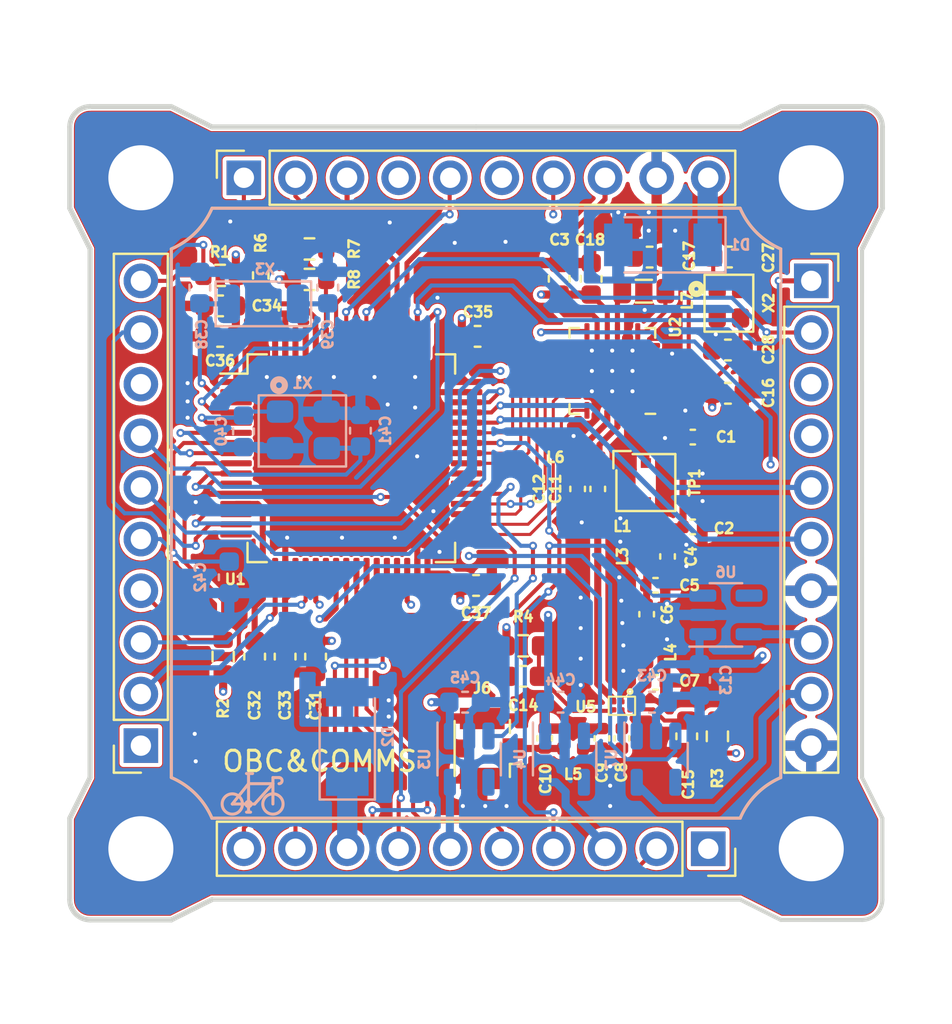
<source format=kicad_pcb>
(kicad_pcb (version 20211014) (generator pcbnew)
  (layers (0 "F.Cu" signal) (1 "In1.Cu" signal) (2 "In2.Cu" signal) (31 "B.Cu" signal) (34 "B.Paste" user) (35 "F.Paste" user) (36 "B.SilkS" user "B.Silkscreen") (37 "F.SilkS" user "F.Silkscreen") (38 "B.Mask" user) (39 "F.Mask" user) (44 "Edge.Cuts" user))
  (net 0 "")
  (net 1 "Net-(C1-Pad1)")
  (net 2 "GND")
  (net 3 "Net-(C4-Pad1)")
  (net 4 "Net-(C4-Pad2)")
  (net 5 "Net-(C6-Pad2)")
  (net 6 "Net-(C7-Pad1)")
  (net 7 "Net-(C8-Pad1)")
  (net 8 "Net-(C8-Pad2)")
  (net 9 "Net-(C10-Pad1)")
  (net 10 "/RFswitch_ctrl")
  (net 11 "Net-(C17-Pad1)")
  (net 12 "/XTB")
  (net 13 "/XTA")
  (net 14 "OSC32_IN")
  (net 15 "OSC32_OUT")
  (net 16 "NRST")
  (net 17 "VCC_UMBILICAL")
  (net 18 "SDA1")
  (net 19 "SCL1")
  (net 20 "UART_RX")
  (net 21 "KILLSWITCH+")
  (net 22 "PFO")
  (net 23 "BATT-")
  (net 24 "TOTAL_CURRENT")
  (net 25 "UART_TX")
  (net 26 "ADC_PL")
  (net 27 "DAC_PL")
  (net 28 "SWCLK")
  (net 29 "SWDIO")
  (net 30 "CLPROG")
  (net 31 "SOLAR_X")
  (net 32 "CHRGOFF")
  (net 33 "STM32_PA15")
  (net 34 "SOLAR_Y")
  (net 35 "SEL_PH2")
  (net 36 "SEL_PH1")
  (net 37 "STM32_PB3")
  (net 38 "BURNCOMMS")
  (net 39 "CHRG")
  (net 40 "FAULT")
  (net 41 "P{slash}L_POWER")
  (net 42 "HEATER_PWR")
  (net 43 "RST_DRIVERS")
  (net 44 "SOLAR_Z")
  (net 45 "Net-(C11-Pad2)")
  (net 47 "VCC")
  (net 48 "SEL_PH0")
  (net 49 "ADC_PH")
  (net 50 "/Boot0")
  (net 51 "/PoL_P{slash}L_EN")
  (net 52 "/PoL_BURN_EN")
  (net 55 "/SX1262_NSS")
  (net 56 "/SCK")
  (net 57 "/MISO")
  (net 66 "Net-(C11-Pad1)")
  (net 67 "Net-(C12-Pad1)")
  (net 68 "Net-(L7-Pad2)")
  (net 69 "/MOSI")
  (net 70 "/SX1262_NRST")
  (net 71 "/DIO1")
  (net 72 "/SX1262_BUSY")
  (net 73 "3V3_PERM")
  (net 74 "BATT_NTC")
  (net 75 "ADCS_POWER")
  (net 76 "/OSC_IN")
  (net 77 "/OSC_OUT")
  (net 80 "/DIO2")
  (net 81 "/RFswitch_Vcc")
  (net 82 "/PoL_ADCS_POWER_EN")
  (net 84 "STM32_PB0")
  (net 86 "SDA3")
  (net 87 "SCL3")
  (net 89 "Net-(TP1-PadC)")
  (net 90 "/HEATER_EN")
  (footprint "Capacitor_SMD:C_0603_1608Metric" (layer "F.Cu") (at 105.6664 48.4682 90)
    (fp_text reference "C18")
    (fp_text value "100nF")
  )
  (footprint "Capacitor_SMD:C_0603_1608Metric" (layer "F.Cu") (at 112.3984 51.9698 180)
    (fp_text reference "C28")
    (fp_text value "100nF")
  )
  (footprint "Capacitor_SMD:C_0603_1608Metric" (layer "F.Cu") (at 89.1 67.05 -90)
    (fp_text reference "C32")
    (fp_text value "100nF")
  )
  (footprint "Resistor_SMD:R_0402_1005Metric" (layer "F.Cu") (at 89.4 48.3 90)
    (fp_text reference "R6")
    (fp_text value "10k")
  )
  (footprint "Capacitor_SMD:C_0603_1608Metric" (layer "F.Cu") (at 110.3706 70.9698 -90)
    (fp_text reference "C15")
    (fp_text value "1nF")
  )
  (footprint "Capacitor_SMD:C_0603_1608Metric" (layer "F.Cu") (at 87.4 51.3 180)
    (fp_text reference "C36")
    (fp_text value "100nF")
  )
  (footprint "Inductor_SMD:L_0402_1005Metric" (layer "F.Cu") (at 108.3656 62.1274 -90)
    (fp_text reference "L3")
    (fp_text value "2.5nH")
  )
  (footprint "Resistor_SMD:R_0603_1608Metric" (layer "F.Cu") (at 91.8 48.5)
    (fp_text reference "R8")
    (fp_text value "4.7k")
  )
  (footprint "Capacitor_SMD:C_0603_1608Metric" (layer "F.Cu") (at 90.6 67.05 -90)
    (fp_text reference "C33")
    (fp_text value "100nF")
  )
  (footprint "Capacitor_SMD:C_0603_1608Metric" (layer "F.Cu") (at 112.4492 47.3978)
    (fp_text reference "C27")
    (fp_text value "10pF")
  )
  (footprint "Capacitor_SMD:C_0402_1005Metric" (layer "F.Cu") (at 108.397 64.9664 -90)
    (fp_text reference "C6")
    (fp_text value "39pF")
  )
  (footprint "Package_QFP:LQFP-64_10x10mm_P0.5mm" (layer "F.Cu") (at 93.8595 57.293)
    (fp_text reference "U1")
    (fp_text value "STM32L476RGTx")
  )
  (footprint "Resistor_SMD:R_0603_1608Metric" (layer "F.Cu") (at 102.321 66.52)
    (fp_text reference "R4")
    (fp_text value "100R")
  )
  (footprint "Capacitor_SMD:C_0402_1005Metric" (layer "F.Cu") (at 108.833 63.544)
    (fp_text reference "C5")
    (fp_text value "5.6pF")
  )
  (footprint "Capacitor_SMD:C_0402_1005Metric" (layer "F.Cu") (at 107.1788 71.0698 -90)
    (fp_text reference "C8")
    (fp_text value "39pF")
  )
  (footprint "Package_DFN_QFN:QFN-24-1EP_4x4mm_P0.5mm_EP2.6x2.6mm" (layer "F.Cu") (at 106.7088 52.9998 180)
    (fp_text reference "U2")
    (fp_text value "SX1262IMLTRT")
  )
  (footprint "Inductor_SMD:L_0402_1005Metric" (layer "F.Cu") (at 104.7788 71.5698 180)
    (fp_text reference "L5")
    (fp_text value "9.1nH")
  )
  (footprint "Connector_PinSocket_2.54mm:PinSocket_1x10_P2.54mm_Vertical" (layer "F.Cu") (at 111.4295 76.5 -90)
    (fp_text reference "J4" hide)
    (fp_text value "Conn_01x10")
  )
  (footprint "Capacitor_SMD:C_0603_1608Metric" (layer "F.Cu") (at 112.3984 54.1)
    (fp_text reference "C16")
    (fp_text value "1uF")
  )
  (footprint "Connector_PinSocket_2.54mm:PinSocket_1x10_P2.54mm_Vertical" (layer "F.Cu") (at 83.4995 71.43 180)
    (fp_text reference "J2" hide)
    (fp_text value "Conn_01x10")
  )
  (footprint "Capacitor_SMD:C_0402_1005Metric" (layer "F.Cu") (at 110.667 60.67)
    (fp_text reference "C2")
    (fp_text value "47pF")
  )
  (footprint "Capacitor_SMD:C_0603_1608Metric" (layer "F.Cu") (at 108.5432 47.4014 180)
    (fp_text reference "C17")
    (fp_text value "470nF")
  )
  (footprint "GGS_RF:PG-TSLP-6-4" (layer "F.Cu") (at 107.1788 69.4698 180)
    (fp_text reference "U5")
    (fp_text value "BGS12PL6E6327XTSA1")
  )
  (footprint "MountingHole:MountingHole_3.2mm_M3_Pad" (layer "F.Cu") (at 83.4995 43.5)
    (fp_text reference "H2" hide)
    (fp_text value "MountingHole_Pad")
  )
  (footprint "Capacitor_SMD:C_0402_1005Metric" (layer "F.Cu") (at 103.3788 71.0698 90)
    (fp_text reference "C10")
    (fp_text value "3.3pF")
  )
  (footprint "Capacitor_SMD:C_0402_1005Metric" (layer "F.Cu") (at 109.4256 62.1244 -90)
    (fp_text reference "C4")
    (fp_text value "3.3pF")
  )
  (footprint "Inductor_SMD:L_0402_1005Metric" (layer "F.Cu") (at 108.407 66.846 -90)
    (fp_text reference "L4")
    (fp_text value "4.7nH")
  )
  (footprint "Connector_Coaxial:U.FL_Hirose_U.FL-R-SMT-1_Vertical" (layer "F.Cu") (at 100.7788 71.5698 180)
    (fp_text reference "J6")
    (fp_text value "U.FL-R-SMT-1_10")
  )
  (footprint "Connector_PinSocket_2.54mm:PinSocket_1x10_P2.54mm_Vertical" (layer "F.Cu") (at 116.4995 48.57)
    (fp_text reference "J3" hide)
    (fp_text value "Conn_01x10")
  )
  (footprint "Resistor_SMD:R_0603_1608Metric" (layer "F.Cu") (at 111.8788 70.9698 90)
    (fp_text reference "R3")
    (fp_text value "100R")
  )
  (footprint "MountingHole:MountingHole_3.2mm_M3_Pad" (layer "F.Cu") (at 83.4995 76.5)
    (fp_text reference "H1" hide)
    (fp_text value "MountingHole_Pad")
  )
  (footprint "Capacitor_SMD:C_0402_1005Metric" (layer "F.Cu") (at 105 58.8034 -90)
    (fp_text reference "C12")
    (fp_text value "1.8pF")
  )
  (footprint "Capacitor_SMD:C_0402_1005Metric" (layer "F.Cu") (at 105.99 58.8034 -90)
    (fp_text reference "C11")
    (fp_text value "2.4pF")
  )
  (footprint "Resistor_SMD:R_0603_1608Metric" (layer "F.Cu") (at 87.55 67.05 90)
    (fp_text reference "R2")
    (fp_text value "4.7k")
  )
  (footprint "Capacitor_SMD:C_0603_1608Metric" (layer "F.Cu") (at 104.0916 48.4682 90)
    (fp_text reference "C3")
    (fp_text value "100nF")
  )
  (footprint "GGS_Miscellaneous:EPSON_FA128" (layer "F.Cu") (at 112.446 49.67 -90)
    (fp_text reference "X2")
    (fp_text value "FA-128_32.0000MF20X-K5")
  )
  (footprint "Capacitor_SMD:C_0603_1608Metric" (layer "F.Cu") (at 102.321 68.02 180)
    (fp_text reference "C14")
    (fp_text value "1nF")
  )
  (footprint "Capacitor_SMD:C_0402_1005Metric" (layer "F.Cu") (at 110.6688 56.2546)
    (fp_text reference "C1")
    (fp_text value "47nF")
  )
  (footprint "Connector_PinSocket_2.54mm:PinSocket_1x10_P2.54mm_Vertical" (layer "F.Cu") (at 88.5695 43.5 90)
    (fp_text reference "J1" hide)
    (fp_text value "Conn_01x10")
  )
  (footprint "Inductor_SMD:L_0402_1005Metric" (layer "F.Cu") (at 105.59 57.2764 180)
    (fp_text reference "L6")
    (fp_text value "15nH")
  )
  (footprint "Capacitor_SMD:C_0402_1005Metric" (layer "F.Cu") (at 106.1956 71.0698 90)
    (fp_text reference "C9")
    (fp_text value "3.3pF")
  )
  (footprint "Inductor_SMD:L_0805_2012Metric" (layer "F.Cu") (at 108.2572 49.0778 180)
    (fp_text reference "L7")
    (fp_text value "15uH")
  )
  (footprint "Capacitor_SMD:C_0603_1608Metric" (layer "F.Cu") (at 92.1 67.05 -90)
    (fp_text reference "C31")
    (fp_text value "4.7uF")
  )
  (footprint "Resistor_SMD:R_0603_1608Metric" (layer "F.Cu") (at 91.8 47)
    (fp_text reference "R7")
    (fp_text value "4.7k")
  )
  (footprint "Capacitor_SMD:C_0402_1005Metric" (layer "F.Cu") (at 108.833 68.3192)
    (fp_text reference "C7")
    (fp_text value "2.2pF")
  )
  (footprint "Capacitor_SMD:C_0603_1608Metric" (layer "F.Cu") (at 100.075 51.3)
    (fp_text reference "C35")
    (fp_text value "100nF")
  )
  (footprint "Inductor_SMD:L_0402_1005Metric" (layer "F.Cu") (at 108.807 60.683 180)
    (fp_text reference "L1")
    (fp_text value "47nH")
  )
  (footprint "Capacitor_SMD:C_0603_1608Metric" (layer "F.Cu") (at 87.4 49.8 180)
    (fp_text reference "C34")
    (fp_text value "100nF")
  )
  (footprint "MountingHole:MountingHole_3.2mm_M3_Pad" (layer "F.Cu") (at 116.4995 43.5)
    (fp_text reference "H3" hide)
    (fp_text value "MountingHole_Pad")
  )
  (footprint "MountingHole:MountingHole_3.2mm_M3_Pad" (layer "F.Cu") (at 116.4995 76.5)
    (fp_text reference "H4" hide)
    (fp_text value "MountingHole_Pad")
  )
  (footprint "Connector_Coaxial:CoaxialSwitch_Hirose_MS-156C3_Horizontal" (layer "F.Cu") (at 108.3588 58.4898 -90)
    (fp_text reference "TP1")
    (fp_text value "CoaxialSwitch_Testpoint")
  )
  (footprint "Capacitor_SMD:C_0603_1608Metric" (layer "F.Cu") (at 100 63.55)
    (fp_text reference "C37")
    (fp_text value "1uF")
  )
  (footprint "Resistor_SMD:R_0603_1608Metric" (layer "F.Cu") (at 87.4 48.3 180)
    (fp_text reference "R1")
    (fp_text value "4.7k")
  )
  (footprint "Capacitor_SMD:C_0603_1608Metric" (layer "B.Cu") (at 92.7 48.9 90)
    (fp_text reference "C39")
    (fp_text value "10pF")
  )
  (footprint "Capacitor_SMD:C_0603_1608Metric" (layer "B.Cu") (at 94.307 55.94 90)
    (fp_text reference "C41")
    (fp_text value "20pF")
  )
  (footprint "Package_TO_SOT_SMD:SOT-23-5" (layer "B.Cu") (at 108.8595 72.093 -90)
    (fp_text reference "U7")
    (fp_text value "BD2232G-GTR")
  )
  (footprint "Diode_SMD:D_SOD-128" (layer "B.Cu") (at 109.2 46.8 180)
    (fp_text reference "D1")
    (fp_text value "RBS1LAM40ATR")
  )
  (footprint "GGS_Miscellaneous:ABS09" (layer "B.Cu") (at 89.53 49.7)
    (fp_text reference "X3")
    (fp_text value "ABS09-32.768KHZ-7-T")
  )
  (footprint "Capacitor_SMD:C_0603_1608Metric" (layer "B.Cu") (at 108.6595 69.293)
    (fp_text reference "C43")
    (fp_text value "1uF")
  )
  (footprint "Package_TO_SOT_SMD:SOT-23-5" (layer "B.Cu") (at 104.3595 72.093 -90)
    (fp_text reference "U4")
    (fp_text value "BD2232G-GTR")
  )
  (footprint "GGS_Miscellaneous:ECX-32" (layer "B.Cu") (at 91.5 55.9)
    (fp_text reference "X1")
    (fp_text value "ECS-120-18-33-JEM-TR3")
  )
  (footprint "GGS_Symbols:bike_small" (layer "B.Cu") (at 88.8 74.3 180)
    (fp_text reference "REF**" hide)
    (fp_text value "bike_small")
  )
  (footprint "Package_TO_SOT_SMD:SOT-23-5" (layer "B.Cu") (at 99.6595 72.093 -90)
    (fp_text reference "U3")
    (fp_text value "BD2232G-GTR")
  )
  (footprint "Capacitor_SMD:C_0603_1608Metric" (layer "B.Cu") (at 88.55 55.97 -90)
    (fp_text reference "C40")
    (fp_text value "20pF")
  )
  (footprint "Capacitor_SMD:C_0603_1608Metric" (layer "B.Cu") (at 104.1595 69.293)
    (fp_text reference "C44")
    (fp_text value "1uF")
  )
  (footprint "Diode_SMD:D_SOD-128" (layer "B.Cu") (at 93.6595 71 90)
    (fp_text reference "D2")
    (fp_text value "RBS1LAM40ATR")
  )
  (footprint "Capacitor_SMD:C_0603_1608Metric" (layer "B.Cu") (at 99.4595 69.293 180)
    (fp_text reference "C45")
    (fp_text value "1uF")
  )
  (footprint "Capacitor_SMD:C_0603_1608Metric" (layer "B.Cu") (at 111 68.2 -90)
    (fp_text reference "C13")
    (fp_text value "1uF")
  )
  (footprint "Capacitor_SMD:C_0603_1608Metric" (layer "B.Cu") (at 87.85 63.15 -90)
    (fp_text reference "C42")
    (fp_text value "100nF")
  )
  (footprint "Package_TO_SOT_SMD:SOT-23-5" (layer "B.Cu") (at 112.3 65)
    (fp_text reference "U6")
    (fp_text value "BD2232G-GTR")
  )
  (footprint "Capacitor_SMD:C_0603_1608Metric" (layer "B.Cu") (at 86.4 48.9 90)
    (fp_text reference "C38")
    (fp_text value "10pF")
  )
  (gr_poly (pts (xy 98.9236 72.7804) (xy 98.9556 72.7484) (xy 98.9656 72.7484) (xy 98.9336 72.7804) (xy 98.9236 72.7804)) (layer "F.Cu") (width 0) (fill solid))
  (gr_arc (start 86.999999 45) (mid 86.192582 46.192582) (end 85 46.999999) (layer "B.SilkS") (width 0.15))
  (gr_arc (start 113.000001 75) (mid 113.807418 73.807418) (end 115 73.000001) (layer "B.SilkS") (width 0.15))
  (gr_line (start 115 73) (end 115 47) (layer "B.SilkS") (width 0.15))
  (gr_arc (start 85 73.000001) (mid 86.192582 73.807418) (end 86.999999 75) (layer "B.SilkS") (width 0.15))
  (gr_line (start 87 75) (end 113 75) (layer "B.SilkS") (width 0.15))
  (gr_line (start 87 45) (end 113 45) (layer "B.SilkS") (width 0.15))
  (gr_arc (start 115 46.999999) (mid 113.807418 46.192582) (end 113.000001 45) (layer "B.SilkS") (width 0.15))
  (gr_line (start 85 47) (end 85 73) (layer "B.SilkS") (width 0.15))
  (gr_arc (start 86.999999 45) (mid 86.192582 46.192582) (end 85 46.999999) (layer "F.SilkS") (width 0.15))
  (gr_line (start 85 47) (end 85 73) (layer "F.SilkS") (width 0.15))
  (gr_line (start 87 75) (end 113 75) (layer "F.SilkS") (width 0.15))
  (gr_line (start 115 73) (end 115 47) (layer "F.SilkS") (width 0.15))
  (gr_arc (start 85 73.000001) (mid 86.192582 73.807418) (end 86.999999 75) (layer "F.SilkS") (width 0.15))
  (gr_line (start 87 45) (end 113 45) (layer "F.SilkS") (width 0.15))
  (gr_arc (start 113.000001 75) (mid 113.807418 73.807418) (end 115 73.000001) (layer "F.SilkS") (width 0.15))
  (gr_arc (start 115 46.999999) (mid 113.807418 46.192582) (end 113.000001 45) (layer "F.SilkS") (width 0.15))
  (gr_line (start 84.9995 80) (end 81.0005 80) (layer "Edge.Cuts") (width 0.25))
  (gr_line (start 84.9995 40) (end 86.9995 41) (layer "Edge.Cuts") (width 0.25))
  (gr_line (start 114.9995 40) (end 118.9995 40) (layer "Edge.Cuts") (width 0.25))
  (gr_arc (start 79.9995 41) (mid 80.292393 40.292893) (end 80.9995 40) (layer "Edge.Cuts") (width 0.25))
  (gr_line (start 80.9995 47) (end 79.9995 45) (layer "Edge.Cuts") (width 0.25))
  (gr_line (start 115.0005 80) (end 113 79) (layer "Edge.Cuts") (width 0.2))
  (gr_arc (start 118.9995 40) (mid 119.70696 40.292833) (end 120.0005 41) (layer "Edge.Cuts") (width 0.25))
  (gr_line (start 119.0005 80.001) (end 115.0005 80) (layer "Edge.Cuts") (width 0.2))
  (gr_line (start 79.9995 45) (end 79.9995 41) (layer "Edge.Cuts") (width 0.25))
  (gr_line (start 99.9995 41) (end 112.9995 41) (layer "Edge.Cuts") (width 0.25))
  (gr_line (start 120.0005 45) (end 119.0005 47) (layer "Edge.Cuts") (width 0.25))
  (gr_line (start 120.0005 41) (end 120.0005 45) (layer "Edge.Cuts") (width 0.25))
  (gr_line (start 119.0005 73) (end 120.0005 75) (layer "Edge.Cuts") (width 0.2))
  (gr_arc (start 120.001 79) (mid 119.708064 79.70771) (end 119.0005 80.001) (layer "Edge.Cuts") (width 0.2))
  (gr_line (start 118.9995 47) (end 119.0005 73) (layer "Edge.Cuts") (width 0.2))
  (gr_line (start 112.9995 41) (end 114.9995 40) (layer "Edge.Cuts") (width 0.25))
  (gr_line (start 87.0005 79) (end 84.9995 80) (layer "Edge.Cuts") (width 0.25))
  (gr_line (start 86.9995 41) (end 99.9995 41) (layer "Edge.Cuts") (width 0.25))
  (gr_line (start 80.9995 40) (end 84.9995 40) (layer "Edge.Cuts") (width 0.25))
  (gr_line (start 113 79) (end 87.0005 79) (layer "Edge.Cuts") (width 0.2))
  (gr_arc (start 80.9995 80) (mid 80.292393 79.707107) (end 79.9995 79) (layer "Edge.Cuts") (width 0.25))
  (gr_line (start 120.0005 75) (end 120.001 79) (layer "Edge.Cuts") (width 0.2))
  (gr_line (start 79.9995 79) (end 79.9995 75) (layer "Edge.Cuts") (width 0.25))
  (gr_line (start 80.9995 73) (end 80.9995 47) (layer "Edge.Cuts") (width 0.25))
  (gr_line (start 79.9995 75) (end 80.9995 73) (layer "Edge.Cuts") (width 0.25))
  (gr_text "OBC&COMMS" (at 92.3 72.2) (layer "F.SilkS") (effects (font (size 1 1))))
  (segment (start 109.5272 55.391) (end 110.187 56.0508) (width 0.35) (layer "F.Cu") (net 1))
  (segment (start 109.5272 55.391) (end 108.4125 55.391) (width 0.35) (layer "F.Cu") (net 1))
  (segment (start 110.187 56.0508) (end 110.187 60.67) (width 0.35) (layer "F.Cu") (net 1))
  (segment (start 107.9838 54.9623) (end 107.9838 54.9373) (width 0.35) (layer "F.Cu") (net 1))
  (segment (start 108.4125 55.391) (end 107.9838 54.9623) (width 0.35) (layer "F.Cu") (net 1))
  (segment (start 109.277 60.658) (end 110.207 60.671) (width 0.35) (layer "F.Cu") (net 1))
  (via (at 98.1 49.4) (size 0.4) (drill 0.2) (layers "F.Cu" "B.Cu") (net 2))
  (via (at 105.15 65.65) (size 0.4) (drill 0.2) (layers "F.Cu" "B.Cu") (net 2))
  (via (at 104.8 56.2) (size 0.4) (drill 0.2) (layers "F.Cu" "B.Cu") (net 2))
  (via (at 110.35 61.55) (size 0.4) (drill 0.2) (layers "F.Cu" "B.Cu") (net 2))
  (via (at 107.1 61.4) (size 0.4) (drill 0.2) (layers "F.Cu" "B.Cu") (net 2))
  (via (at 101.45 46.65) (size 0.4) (drill 0.2) (layers "F.Cu" "B.Cu") (net 2))
  (via (at 107.25 67.75) (size 0.4) (drill 0.2) (layers "F.Cu" "B.Cu") (net 2))
  (via (at 109.3 56.3) (size 0.4) (drill 0.2) (layers "F.Cu" "B.Cu") (net 2))
  (via (at 106.6 72.45) (size 0.4) (drill 0.2) (layers "F.Cu" "B.Cu") (net 2))
  (via (at 85.8 55.3) (size 0.4) (drill 0.2) (layers "F.Cu" "B.Cu") (net 2))
  (via (at 95 53.3) (size 0.4) (drill 0.2) (layers "F.Cu" "B.Cu") (net 2))
  (via (at 111.15 59.4) (size 0.4) (drill 0.2) (layers "F.Cu" "B.Cu") (net 2))
  (via (at 105.15 68.45) (size 0.4) (drill 0.2) (layers "F.Cu" "B.Cu") (net 2))
  (via (at 105.15 64.15) (size 0.4) (drill 0.2) (layers "F.Cu" "B.Cu") (net 2))
  (via (at 105.2 60.45) (size 0.4) (drill 0.2) (layers "F.Cu" "B.Cu") (net 2))
  (via (at 97.9 59.9) (size 0.4) (drill 0.2) (layers "F.Cu" "B.Cu") (net 2))
  (via (at 97 54.8) (size 0.4) (drill 0.2) (layers "F.Cu" "B.Cu") (net 2))
  (via (at 98.95 46.7) (size 0.4) (drill 0.2) (layers "F.Cu" "B.Cu") (net 2))
  (via (at 97 53.3) (size 0.4) (drill 0.2) (layers "F.Cu" "B.Cu") (net 2))
  (via (at 107.7 52) (size 0.4) (drill 0.2) (layers "F.Cu" "B.Cu") (net 2))
  (via (at 91.3 53.3) (size 0.4) (drill 0.2) (layers "F.Cu" "B.Cu") (net 2))
  (via (at 107.25 66.5) (size 0.4) (drill 0.2) (layers "F.Cu" "B.Cu") (net 2))
  (via (at 109.4 66.2) (size 0.4) (drill 0.2) (layers "F.Cu" "B.Cu") (net 2))
  (via (at 107.15 64.3) (size 0.4) (drill 0.2) (layers "F.Cu" "B.Cu") (net 2))
  (via (at 95.65 54.65) (size 0.4) (drill 0.2) (layers "F.Cu" "B.Cu") (net 2))
  (via (at 87.9 45.65) (size 0.4) (drill 0.2) (layers "F.Cu" "B.Cu") (net 2))
  (via (at 106.6 73.4) (size 0.4) (drill 0.2) (layers "F.Cu" "B.Cu") (net 2))
  (via (at 93.4 61.2) (size 0.4) (drill 0.2) (layers "F.Cu" "B.Cu") (net 2))
  (via (at 110.35 62.6) (size 0.4) (drill 0.2) (layers "F.Cu" "B.Cu") (net 2))
  (via (at 107.05 63.15) (size 0.4) (drill 0.2) (layers "F.Cu" "B.Cu") (net 2))
  (via (at 90.7 61.2) (size 0.4) (drill 0.2) (layers "F.Cu" "B.Cu") (net 2))
  (via (at 99.35 74.4) (size 0.4) (drill 0.2) (layers "F.Cu" "B.Cu") (net 2))
  (via (at 109.4 64.45) (size 0.4) (drill 0.2) (layers "F.Cu" "B.Cu") (net 2))
  (via (at 110.3 54.95) (size 0.4) (drill 0.2) (layers "F.Cu" "B.Cu") (net 2))
  (via (at 95.75 45.7) (size 0.4) (drill 0.2) (layers "F.Cu" "B.Cu") (net 2))
  (via (at 105.7 54) (size 0.4) (drill 0.2) (layers "F.Cu" "B.Cu") (net 2))
  (via (at 111.15 58.05) (size 0.4) (drill 0.2) (layers "F.Cu" "B.Cu") (net 2))
  (via (at 86.15 70.85) (size 0.4) (drill 0.2) (layers "F.Cu" "B.Cu") (net 2))
  (via (at 107.2 65.4) (size 0.4) (drill 0.2) (layers "F.Cu" "B.Cu") (net 2))
  (via (at 107.1 60.25) (size 0.4) (drill 0.2) (layers "F.Cu" "B.Cu") (net 2))
  (via (at 109.8 46.1) (size 0.4) (drill 0.2) (layers "F.Cu" "B.Cu") (net 2))
  (via (at 98.2 61.9) (size 0.4) (drill 0.2) (layers "F.Cu" "B.Cu") (net 2))
  (via (at 97.1 57.2) (size 0.4) (drill 0.2) (layers "F.Cu" "B.Cu") (net 2))
  (via (at 105.15 67.15) (size 0.4) (drill 0.2) (layers "F.Cu" "B.Cu") (net 2))
  (via (at 108.3 50) (size 0.4) (drill 0.2) (layers "F.Cu" "B.Cu") (net 2))
  (via (at 106.7 52) (size 0.4) (drill 0.2) (layers "F.Cu" "B.Cu") (net 2))
  (via (at 106.7 53) (size 0.4) (drill 0.2) (layers "F.Cu" "B.Cu") (net 2))
  (via (at 86.2 59.45) (size 0.4) (drill 0.2) (layers "F.Cu" "B.Cu") (net 2))
  (via (at 93 53.3) (size 0.4) (drill 0.2) (layers "F.Cu" "B.Cu") (net 2))
  (via (at 96 61.2) (size 0.4) (drill 0.2) (layers "F.Cu" "B.Cu") (net 2))
  (via (at 100.45 74.4) (size 0.4) (drill 0.2) (layers "F.Cu" "B.Cu") (net 2))
  (via (at 105.7 53) (size 0.4) (drill 0.2) (layers "F.Cu" "B.Cu") (net 2))
  (via (at 109.6 51) (size 0.4) (drill 0.2) (layers "F.Cu" "B.Cu") (net 2))
  (via (at 107.7 54) (size 0.4) (drill 0.2) (layers "F.Cu" "B.Cu") (net 2))
  (via (at 85.8 53.6) (size 0.4) (drill 0.2) (layers "F.Cu" "B.Cu") (net 2))
  (via (at 109.65 52.15) (size 0.4) (drill 0.2) (layers "F.Cu" "B.Cu") (net 2))
  (via (at 111.8 51.2) (size 0.4) (drill 0.2) (layers "F.Cu" "B.Cu") (net 2))
  (via (at 106.6 74.4) (size 0.4) (drill 0.2) (layers "F.Cu" "B.Cu") (net 2))
  (via (at 89.7 53.3) (size 0.4) (drill 0.2) (layers "F.Cu" "B.Cu") (net 2))
  (via (at 106.7 54) (size 0.4) (drill 0.2) (layers "F.Cu" "B.Cu") (net 2))
  (via (at 101.5 74.4) (size 0.4) (drill 0.2) (layers "F.Cu" "B.Cu") (net 2))
  (via (at 107.7 53) (size 0.4) (drill 0.2) (layers "F.Cu" "B.Cu") (net 2))
  (via (at 85.8 54.5) (size 0.4) (drill 0.2) (layers "F.Cu" "B.Cu") (net 2))
  (via (at 86.2 72.2) (size 0.4) (drill 0.2) (layers "F.Cu" "B.Cu") (net 2))
  (via (at 109.4 65.35) (size 0.4) (drill 0.2) (layers "F.Cu" "B.Cu") (net 2))
  (via (at 105.7 52) (size 0.4) (drill 0.2) (layers "F.Cu" "B.Cu") (net 2))
  (segment (start 99.6595 69.868) (end 100.2345 69.293) (width 0.4) (layer "B.Cu") (net 2))
  (segment (start 104.3595 70.9555) (end 104.3595 69.868) (width 0.4) (layer "B.Cu") (net 2))
  (segment (start 108.8595 69.868) (end 109.4345 69.293) (width 0.4) (layer "B.Cu") (net 2))
  (segment (start 109.7525 68.975) (end 111 68.975) (width 0.4) (layer "B.Cu") (net 2))
  (segment (start 99.6595 70.9555) (end 99.6595 69.868) (width 0.4) (layer "B.Cu") (net 2))
  (segment (start 104.3595 69.868) (end 104.9345 69.293) (width 0.4) (layer "B.Cu") (net 2))
  (segment (start 109.4345 69.293) (end 109.7525 68.975) (width 0.4) (layer "B.Cu") (net 2))
  (segment (start 108.8595 70.9555) (end 108.8595 69.868) (width 0.4) (layer "B.Cu") (net 2))
  (segment (start 108.3588 59.4498) (end 108.3788 59.4698) (width 0.35) (layer "F.Cu") (net 3))
  (segment (start 108.3788 59.4698) (end 108.3788 61.3418) (width 0.35) (layer "F.Cu") (net 3))
  (segment (start 108.377 61.612) (end 108.415 61.65) (width 0.35) (layer "F.Cu") (net 3))
  (segment (start 108.4436 61.6644) (end 109.4256 61.6644) (width 0.35) (layer "F.Cu") (net 3))
  (segment (start 108.3736 61.5944) (end 108.4436 61.6644) (width 0.35) (layer "F.Cu") (net 3))
  (segment (start 108.414 62.551) (end 108.396 63.62) (width 0.35) (layer "F.Cu") (net 4))
  (segment (start 109.4256 62.5844) (end 109.3356 62.4944) (width 0.35) (layer "F.Cu") (net 4))
  (segment (start 108.397 63.62) (end 108.397 64.62) (width 0.35) (layer "F.Cu") (net 4))
  (segment (start 109.3356 62.4944) (end 108.3736 62.4944) (width 0.35) (layer "F.Cu") (net 4))
  (segment (start 108.396 65.54) (end 108.404 66.46) (width 0.35) (layer "F.Cu") (net 5))
  (segment (start 107.5802 69.2198) (end 107.5788 69.2198) (width 0.25) (layer "F.Cu") (net 6))
  (segment (start 107.8 69) (end 107.5802 69.2198) (width 0.25) (layer "F.Cu") (net 6))
  (segment (start 107.8 69) (end 108.353 68.447) (width 0.35) (layer "F.Cu") (net 6))
  (segment (start 108.353 68.447) (end 108.353 67.41) (width 0.35) (layer "F.Cu") (net 6))
  (segment (start 108.353 67.41) (end 108.404 67.359) (width 0.35) (layer "F.Cu") (net 6))
  (segment (start 107.1788 70.5584) (end 107.1788 69.8698) (width 0.35) (layer "F.Cu") (net 7))
  (segment (start 107.1988 70.5784) (end 107.1788 70.5584) (width 0.35) (layer "F.Cu") (net 7))
  (segment (start 107.1588 71.5698) (end 105.1806 71.5698) (width 0.35) (layer "F.Cu") (net 8))
  (segment (start 104.157 71.5698) (end 102.1788 71.5698) (width 0.35) (layer "F.Cu") (net 9))
  (segment (start 108.7208 69.6448) (end 107.696 69.6448) (width 0.2) (layer "F.Cu") (net 10))
  (segment (start 109.2708 70.1948) (end 108.7208 69.6448) (width 0.2) (layer "F.Cu") (net 10))
  (segment (start 111.8288 70.1948) (end 111.8788 70.1448) (width 0.2) (layer "F.Cu") (net 10))
  (segment (start 110.3706 70.1948) (end 109.2708 70.1948) (width 0.2) (layer "F.Cu") (net 10))
  (segment (start 110.3706 70.1948) (end 111.8288 70.1948) (width 0.2) (layer "F.Cu") (net 10))
  (segment (start 108.3377 51.0623) (end 109.3197 50.0803) (width 0.2) (layer "F.Cu") (net 11))
  (segment (start 109.3197 49.0778) (end 109.3197 47.4029) (width 0.2) (layer "F.Cu") (net 11))
  (segment (start 107.9588 51.0623) (end 108.3377 51.0623) (width 0.2) (layer "F.Cu") (net 11))
  (segment (start 109.3197 47.4029) (end 109.3182 47.4014) (width 0.2) (layer "F.Cu") (net 11))
  (segment (start 109.3197 50.0803) (end 109.3197 49.0778) (width 0.2) (layer "F.Cu") (net 11))
  (segment (start 111.6742 47.3978) (end 111.6742 48.7482) (width 0.2) (layer "F.Cu") (net 12))
  (segment (start 110.0502 52.7498) (end 110.468 52.332) (width 0.2) (layer "F.Cu") (net 12))
  (segment (start 110.468 52.332) (end 110.468 47.6806) (width 0.2) (layer "F.Cu") (net 12))
  (segment (start 111.6742 48.7482) (end 111.871 48.945) (width 0.2) (layer "F.Cu") (net 12))
  (segment (start 110.468 47.6806) (end 110.7508 47.3978) (width 0.2) (layer "F.Cu") (net 12))
  (segment (start 108.6463 52.7498) (end 110.0502 52.7498) (width 0.2) (layer "F.Cu") (net 12))
  (segment (start 110.7508 47.3978) (end 111.6742 47.3978) (width 0.2) (layer "F.Cu") (net 12))
  (segment (start 113.021 51.8174) (end 113.1734 51.9698) (width 0.2) (layer "F.Cu") (net 13))
  (segment (start 111.8934 53.2498) (end 113.1734 51.9698) (width 0.2) (layer "F.Cu") (net 13))
  (segment (start 108.6463 53.2498) (end 111.8934 53.2498) (width 0.2) (layer "F.Cu") (net 13))
  (segment (start 113.021 50.395) (end 113.021 51.8174) (width 0.2) (layer "F.Cu") (net 13))
  (segment (start 87.443 54.543) (end 88.1845 54.543) (width 0.2) (layer "F.Cu") (net 14))
  (segment (start 86.5 53.6) (end 87.443 54.543) (width 0.2) (layer "F.Cu") (net 14))
  (via (at 86.5 53.6) (size 0.4) (drill 0.2) (layers "F.Cu" "B.Cu") (net 14))
  (segment (start 86.4 49.675) (end 86.4 53.5) (width 0.2) (layer "B.Cu") (net 14))
  (segment (start 86.4 53.5) (end 86.5 53.6) (width 0.2) (layer "B.Cu") (net 14))
  (segment (start 87.83 49.7) (end 86.385 49.7) (width 0.25) (layer "B.Cu") (net 14))
  (segment (start 86.5 54.5) (end 87.043 55.043) (width 0.2) (layer "F.Cu") (net 15))
  (segment (start 87.043 55.043) (end 88.1845 55.043) (width 0.2) (layer "F.Cu") (net 15))
  (via (at 86.5 54.5) (size 0.4) (drill 0.2) (layers "F.Cu" "B.Cu") (net 15))
  (segment (start 91.5 51.9) (end 92.7 50.7) (width 0.2) (layer "B.Cu") (net 15))
  (segment (start 92.7 50.7) (end 92.7 49.675) (width 0.2) (layer "B.Cu") (net 15))
  (segment (start 86.5 54.5) (end 89.1 51.9) (width 0.2) (layer "B.Cu") (net 15))
  (segment (start 91.23 49.7) (end 92.715 49.7) (width 0.25) (layer "B.Cu") (net 15))
  (segment (start 89.1 51.9) (end 91.5 51.9) (width 0.2) (layer "B.Cu") (net 15))
  (segment (start 85.607 56.543) (end 88.1845 56.543) (width 0.2) (layer "F.Cu") (net 16))
  (segment (start 85.1 57.05) (end 85.607 56.543) (width 0.2) (layer "F.Cu") (net 16))
  (segment (start 85.1 61.95) (end 85.1 57.05) (width 0.2) (layer "F.Cu") (net 16))
  (via (at 85.1 61.95) (size 0.4) (drill 0.2) (layers "F.Cu" "B.Cu") (net 16))
  (segment (start 87.85 62.375) (end 85.575 62.375) (width 0.2) (layer "B.Cu") (net 16))
  (segment (start 84.47 61.27) (end 83.4995 61.27) (width 0.2) (layer "B.Cu") (net 16))
  (segment (start 85.575 62.375) (end 84.47 61.27) (width 0.2) (layer "B.Cu") (net 16))
  (segment (start 93.6595 73.2) (end 93.6595 76.49) (width 1) (layer "B.Cu") (net 17))
  (segment (start 93.6595 76.49) (end 93.6495 76.5) (width 1) (layer "B.Cu") (net 17))
  (segment (start 91.4 45.7) (end 89.3 45.7) (width 0.2) (layer "F.Cu") (net 18))
  (segment (start 91.725 46.025) (end 91.4 45.7) (width 0.2) (layer "F.Cu") (net 18))
  (segment (start 92.625 48.5) (end 92.5 48.5) (width 0.2) (layer "F.Cu") (net 18))
  (segment (start 88.5695 44.9695) (end 88.5695 43.5) (width 0.2) (layer "F.Cu") (net 18))
  (segment (start 89.3 45.7) (end 88.5695 44.9695) (width 0.2) (layer "F.Cu") (net 18))
  (segment (start 92.625 48.5) (end 92.6095 48.5155) (width 0.2) (layer "F.Cu") (net 18))
  (segment (start 92.6095 48.5155) (end 92.6095 51.618) (width 0.2) (layer "F.Cu") (net 18))
  (segment (start 92.5 48.5) (end 91.725 47.725) (width 0.2) (layer "F.Cu") (net 18))
  (segment (start 91.725 47.725) (end 91.725 46.025) (width 0.2) (layer "F.Cu") (net 18))
  (segment (start 93.7 49.1) (end 93.7 47.4) (width 0.2) (layer "F.Cu") (net 19))
  (segment (start 93.3 47) (end 92.625 47) (width 0.2) (layer "F.Cu") (net 19))
  (segment (start 91.1095 44.4095) (end 91.1095 43.5) (width 0.2) (layer "F.Cu") (net 19))
  (segment (start 92.625 45.925) (end 91.1095 44.4095) (width 0.2) (layer "F.Cu") (net 19))
  (segment (start 93.1095 51.618) (end 93.1095 49.6905) (width 0.2) (layer "F.Cu") (net 19))
  (segment (start 93.7 47.4) (end 93.3 47) (width 0.2) (layer "F.Cu") (net 19))
  (segment (start 92.625 47) (end 92.625 45.925) (width 0.2) (layer "F.Cu") (net 19))
  (segment (start 93.1095 49.6905) (end 93.7 49.1) (width 0.2) (layer "F.Cu") (net 19))
  (segment (start 93.6495 45.2495) (end 93.6495 43.5) (width 0.25) (layer "F.Cu") (net 20))
  (segment (start 96.1095 47.7095) (end 93.6495 45.2495) (width 0.25) (layer "F.Cu") (net 20))
  (segment (start 96.1095 51.618) (end 96.1095 47.7095) (width 0.25) (layer "F.Cu") (net 20))
  (segment (start 93.6095 50.1095) (end 93.6095 51.618) (width 0.2) (layer "F.Cu") (net 22))
  (segment (start 98.7 43.5295) (end 98.7295 43.5) (width 0.2) (layer "F.Cu") (net 22))
  (segment (start 98.7 45.3) (end 98.7 43.5295) (width 0.2) (layer "F.Cu") (net 22))
  (segment (start 93.6 50.1) (end 93.6095 50.1095) (width 0.2) (layer "F.Cu") (net 22))
  (via (at 93.6 50.1) (size 0.4) (drill 0.2) (layers "F.Cu" "B.Cu") (net 22))
  (via (at 98.7 45.3) (size 0.4) (drill 0.2) (layers "F.Cu" "B.Cu") (net 22))
  (segment (start 93.6 50.1) (end 98.4 45.3) (width 0.2) (layer "B.Cu") (net 22))
  (segment (start 98.4 45.3) (end 98.7 45.3) (width 0.2) (layer "B.Cu") (net 22))
  (segment (start 103.8 43.5095) (end 103.8095 43.5) (width 0.2) (layer "F.Cu") (net 24))
  (segment (start 86.2 60.5) (end 86.657 60.043) (width 0.2) (layer "F.Cu") (net 24))
  (segment (start 103.8 45.3) (end 103.8 43.5095) (width 0.2) (layer "F.Cu") (net 24))
  (segment (start 86.657 60.043) (end 88.1845 60.043) (width 0.2) (layer "F.Cu") (net 24))
  (via (at 101.2 53) (size 0.4) (drill 0.2) (layers "F.Cu" "B.Cu") (net 24))
  (via (at 103.8 45.3) (size 0.4) (drill 0.2) (layers "F.Cu" "B.Cu") (net 24))
  (via (at 86.2 60.5) (size 0.4) (drill 0.2) (layers "F.Cu" "B.Cu") (net 24))
  (segment (start 96.3 60.5) (end 86.2 60.5) (width 0.2) (layer "B.Cu") (net 24))
  (segment (start 100.2 53) (end 99.2 54) (width 0.2) (layer "B.Cu") (net 24))
  (segment (start 99.2 57.6) (end 96.3 60.5) (width 0.2) (layer "B.Cu") (net 24))
  (segment (start 101.2 53) (end 100.2 53) (width 0.2) (layer "B.Cu") (net 24))
  (segment (start 99.2 54) (end 99.2 57.6) (width 0.2) (layer "B.Cu") (net 24))
  (segment (start 98.4 45.9) (end 105 45.9) (width 0.25) (layer "F.Cu") (net 25))
  (segment (start 96.6 51.6085) (end 96.6 47.7) (width 0.25) (layer "F.Cu") (net 25))
  (segment (start 96.6 47.7) (end 98.4 45.9) (width 0.25) (layer "F.Cu") (net 25))
  (segment (start 106.3495 44.5505) (end 106.3495 43.5) (width 0.25) (layer "F.Cu") (net 25))
  (segment (start 96.6095 51.618) (end 96.6 51.6085) (width 0.25) (layer "F.Cu") (net 25))
  (segment (start 105 45.9) (end 106.3495 44.5505) (width 0.25) (layer "F.Cu") (net 25))
  (segment (start 86.2 61.25) (end 86.907 60.543) (width 0.2) (layer "F.Cu") (net 26))
  (segment (start 86.2 61.6) (end 86.2 61.25) (width 0.2) (layer "F.Cu") (net 26))
  (segment (start 86.907 60.543) (end 88.1845 60.543) (width 0.2) (layer "F.Cu") (net 26))
  (via (at 86.2 61.6) (size 0.4) (drill 0.2) (layers "F.Cu" "B.Cu") (net 26))
  (segment (start 86.2 61.6) (end 85.6 61.6) (width 0.2) (layer "B.Cu") (net 26))
  (segment (start 82.7 60) (end 82.15 59.45) (width 0.2) (layer "B.Cu") (net 26))
  (segment (start 82.15 59.45) (end 82.15 51.55) (width 0.2) (layer "B.Cu") (net 26))
  (segment (start 85.6 61.6) (end 84 60) (width 0.2) (layer "B.Cu") (net 26))
  (segment (start 82.15 51.55) (end 82.59 51.11) (width 0.2) (layer "B.Cu") (net 26))
  (segment (start 84 60) (end 82.7 60) (width 0.2) (layer "B.Cu") (net 26))
  (segment (start 82.59 51.11) (end 83.4995 51.11) (width 0.2) (layer "B.Cu") (net 26))
  (segment (start 92.3 64.5) (end 92.1095 64.3095) (width 0.25) (layer "F.Cu") (net 27))
  (segment (start 92.1095 64.3095) (end 92.1095 62.968) (width 0.25) (layer "F.Cu") (net 27))
  (via (at 92.3 64.5) (size 0.4) (drill 0.2) (layers "F.Cu" "B.Cu") (net 27))
  (segment (start 97.6095 50.5405) (end 97.6095 51.618) (width 0.25) (layer "F.Cu") (net 28))
  (segment (start 98.05 50.1) (end 97.6095 50.5405) (width 0.25) (layer "F.Cu") (net 28))
  (segment (start 98.1 50.1) (end 98.05 50.1) (width 0.25) (layer "F.Cu") (net 28))
  (via (at 98.1 50.1) (size 0.4) (drill 0.2) (layers "F.Cu" "B.Cu") (net 28))
  (segment (start 86.6 57.8) (end 87.5 58.7) (width 0.2) (layer "B.Cu") (net 28))
  (segment (start 98.1 54.9) (end 98.1 50.1) (width 0.2) (layer "B.Cu") (net 28))
  (segment (start 85.1095 57.8) (end 86.6 57.8) (width 0.2) (layer "B.Cu") (net 28))
  (segment (start 87.5 58.7) (end 94.3 58.7) (width 0.2) (layer "B.Cu") (net 28))
  (segment (start 94.3 58.7) (end 98.1 54.9) (width 0.2) (layer "B.Cu") (net 28))
  (segment (start 83.4995 56.19) (end 85.1095 57.8) (width 0.2) (layer "B.Cu") (net 28))
  (segment (start 101.2 54) (end 100.657 54.543) (width 0.2) (layer "F.Cu") (net 29))
  (segment (start 100.657 54.543) (end 99.5345 54.543) (width 0.2) (layer "F.Cu") (net 29))
  (via (at 101.2 54) (size 0.4) (drill 0.2) (layers "F.Cu" "B.Cu") (net 29))
  (segment (start 100.4 54.2) (end 100.4 58.3) (width 0.2) (layer "B.Cu") (net 29))
  (segment (start 89.05 60.95) (end 85.7195 60.95) (width 0.2) (layer "B.Cu") (net 29))
  (segment (start 100.6 54) (end 100.4 54.2) (width 0.2) (layer "B.Cu") (net 29))
  (segment (start 90.1 62) (end 89.05 60.95) (width 0.2) (layer "B.Cu") (net 29))
  (segment (start 100.4 58.3) (end 96.7 62) (width 0.2) (layer "B.Cu") (net 29))
  (segment (start 85.7195 60.95) (end 83.4995 58.73) (width 0.2) (layer "B.Cu") (net 29))
  (segment (start 101.2 54) (end 100.6 54) (width 0.2) (layer "B.Cu") (net 29))
  (segment (start 96.7 62) (end 90.1 62) (width 0.2) (layer "B.Cu") (net 29))
  (segment (start 91.6095 62.968) (end 91.6095 64.2905) (width 0.2) (layer "F.Cu") (net 30))
  (segment (start 91.6095 64.2905) (end 91.4 64.5) (width 0.2) (layer "F.Cu") (net 30))
  (via (at 91.4 64.5) (size 0.4) (drill 0.2) (layers "F.Cu" "B.Cu") (net 30))
  (segment (start 91.4 64.5) (end 89.6 64.5) (width 0.2) (layer "B.Cu") (net 30))
  (segment (start 87.75 66.35) (end 83.4995 66.35) (width 0.2) (layer "B.Cu") (net 30))
  (segment (start 89.6 64.5) (end 87.75 66.35) (width 0.2) (layer "B.Cu") (net 30))
  (segment (start 89.85 65.15) (end 90.1095 64.8905) (width 0.25) (layer "F.Cu") (net 32))
  (segment (start 90.1095 64.8905) (end 90.1095 62.968) (width 0.25) (layer "F.Cu") (net 32))
  (via (at 89.85 65.15) (size 0.4) (drill 0.2) (layers "F.Cu" "B.Cu") (net 32))
  (segment (start 87.4 67.6) (end 84.7895 67.6) (width 0.25) (layer "B.Cu") (net 32))
  (segment (start 84.7895 67.6) (end 83.4995 68.89) (width 0.25) (layer "B.Cu") (net 32))
  (segment (start 89.85 65.15) (end 87.4 67.6) (width 0.25) (layer "B.Cu") (net 32))
  (segment (start 116.4995 48.57) (end 114.9 48.57) (width 0.25) (layer "F.Cu") (net 33))
  (segment (start 97.1245 50.1) (end 97.1095 50.115) (width 0.25) (layer "F.Cu") (net 33))
  (segment (start 97.1095 50.115) (end 97.1095 51.618) (width 0.25) (layer "F.Cu") (net 33))
  (via (at 114.9 48.57) (size 0.4) (drill 0.2) (layers "F.Cu" "B.Cu") (net 33))
  (via (at 97.1245 50.1) (size 0.4) (drill 0.2) (layers "F.Cu" "B.Cu") (net 33))
  (segment (start 114.65 51.65) (end 114.9 51.4) (width 0.2) (layer "B.Cu") (net 33))
  (segment (start 97.8 48.8) (end 101.8 48.8) (width 0.2) (layer "B.Cu") (net 33))
  (segment (start 97.1245 50.1) (end 97.1245 49.4755) (width 0.2) (layer "B.Cu") (net 33))
  (segment (start 97.1245 49.4755) (end 97.8 48.8) (width 0.2) (layer "B.Cu") (net 33))
  (segment (start 101.8 48.8) (end 103.5 50.5) (width 0.2) (layer "B.Cu") (net 33))
  (segment (start 113.75 51.65) (end 114.65 51.65) (width 0.2) (layer "B.Cu") (net 33))
  (segment (start 103.5 50.5) (end 112.6 50.5) (width 0.2) (layer "B.Cu") (net 33))
  (segment (start 112.6 50.5) (end 113.75 51.65) (width 0.2) (layer "B.Cu") (net 33))
  (segment (start 114.9 51.4) (end 114.9 48.57) (width 0.2) (layer "B.Cu") (net 33))
  (segment (start 101.096446 54.7) (end 100.753446 55.043) (width 0.2) (layer "F.Cu") (net 35))
  (segment (start 100.753446 55.043) (end 99.5345 55.043) (width 0.2) (layer "F.Cu") (net 35))
  (segment (start 101.2 54.7) (end 101.096446 54.7) (width 0.2) (layer "F.Cu") (net 35))
  (via (at 101.2 54.7) (size 0.4) (drill 0.2) (layers "F.Cu" "B.Cu") (net 35))
  (segment (start 101.2 54.7) (end 105.6 54.7) (width 0.25) (layer "B.Cu") (net 35))
  (segment (start 105.6 54.7) (end 109.63 58.73) (width 0.25) (layer "B.Cu") (net 35))
  (segment (start 109.63 58.73) (end 116.4995 58.73) (width 0.25) (layer "B.Cu") (net 35))
  (segment (start 101.057 55.543) (end 99.5345 55.543) (width 0.2) (layer "F.Cu") (net 36))
  (segment (start 101.2 55.4) (end 101.057 55.543) (width 0.2) (layer "F.Cu") (net 36))
  (via (at 101.2 55.4) (size 0.4) (drill 0.2) (layers "F.Cu" "B.Cu") (net 36))
  (segment (start 101.2 55.4) (end 105.2 55.4) (width 0.25) (layer "B.Cu") (net 36))
  (segment (start 111.07 61.27) (end 116.4995 61.27) (width 0.25) (layer "B.Cu") (net 36))
  (segment (start 105.2 55.4) (end 111.07 61.27) (width 0.25) (layer "B.Cu") (net 36))
  (segment (start 114.31 51.11) (end 116.4995 51.11) (width 0.2) (layer "F.Cu") (net 37))
  (segment (start 94.6 51.6085) (end 94.6095 51.618) (width 0.2) (layer "F.Cu") (net 37))
  (segment (start 94.6 50.1) (end 94.6 51.6085) (width 0.2) (layer "F.Cu") (net 37))
  (segment (start 114.3 51.1) (end 114.31 51.11) (width 0.2) (layer "F.Cu") (net 37))
  (via (at 114.3 51.1) (size 0.4) (drill 0.2) (layers "F.Cu" "B.Cu") (net 37))
  (via (at 94.6 50.1) (size 0.4) (drill 0.2) (layers "F.Cu" "B.Cu") (net 37))
  (segment (start 97.2 47.5) (end 103.3 47.5) (width 0.2) (layer "B.Cu") (net 37))
  (segment (start 105.2 49.4) (end 112.6 49.4) (width 0.2) (layer "B.Cu") (net 37))
  (segment (start 94.6 50.1) (end 97.2 47.5) (width 0.2) (layer "B.Cu") (net 37))
  (segment (start 112.6 49.4) (end 114.3 51.1) (width 0.2) (layer "B.Cu") (net 37))
  (segment (start 103.3 47.5) (end 105.2 49.4) (width 0.2) (layer "B.Cu") (net 37))
  (segment (start 114.1 72.2) (end 114.1 70.1) (width 0.4) (layer "B.Cu") (net 38))
  (segment (start 107.9095 73.3095) (end 109.1 74.5) (width 0.4) (layer "B.Cu") (net 38))
  (segment (start 114.1 70.1) (end 115.31 68.89) (width 0.4) (layer "B.Cu") (net 38))
  (segment (start 109.1 74.5) (end 111.8 74.5) (width 0.4) (layer "B.Cu") (net 38))
  (segment (start 115.31 68.89) (end 116.4995 68.89) (width 0.4) (layer "B.Cu") (net 38))
  (segment (start 107.9095 73.2305) (end 107.9095 73.3095) (width 0.4) (layer "B.Cu") (net 38))
  (segment (start 111.8 74.5) (end 114.1 72.2) (width 0.4) (layer "B.Cu") (net 38))
  (segment (start 93.05 67.5) (end 93.05 71) (width 0.2) (layer "F.Cu") (net 39))
  (segment (start 93.05 71) (end 88.5695 75.4805) (width 0.2) (layer "F.Cu") (net 39))
  (segment (start 95.4 64.3905) (end 95.6095 64.181) (width 0.2) (layer "F.Cu") (net 39))
  (segment (start 95.4 67.5) (end 95.4 64.3905) (width 0.2) (layer "F.Cu") (net 39))
  (segment (start 88.5695 75.4805) (end 88.5695 76.5) (width 0.2) (layer "F.Cu") (net 39))
  (segment (start 95.6095 64.181) (end 95.6095 62.968) (width 0.2) (layer "F.Cu") (net 39))
  (via (at 93.05 67.5) (size 0.4) (drill 0.2) (layers "F.Cu" "B.Cu") (net 39))
  (via (at 95.4 67.5) (size 0.4) (drill 0.2) (layers "F.Cu" "B.Cu") (net 39))
  (segment (start 95.4 67.5) (end 93.05 67.5) (width 0.2) (layer "B.Cu") (net 39))
  (segment (start 91.1095 74.0905) (end 91.1095 76.5) (width 0.2) (layer "F.Cu") (net 40))
  (segment (start 93.6095 62.968) (end 93.6095 71.5905) (width 0.2) (layer "F.Cu") (net 40))
  (segment (start 93.6095 71.5905) (end 91.1095 74.0905) (width 0.2) (layer "F.Cu") (net 40))
  (segment (start 98.7095 73.2305) (end 98.7095 76.48) (width 0.4) (layer "B.Cu") (net 41))
  (segment (start 98.7095 76.48) (end 98.7295 76.5) (width 0.4) (layer "B.Cu") (net 41))
  (segment (start 116.0995 65.95) (end 116.4995 66.35) (width 0.4) (layer "B.Cu") (net 42))
  (segment (start 113.4375 65.95) (end 116.0995 65.95) (width 0.4) (layer "B.Cu") (net 42))
  (segment (start 103.8095 76.5) (end 103.8095 74.7095) (width 0.2) (layer "F.Cu") (net 43))
  (segment (start 104.1 61.3532) (end 103.6 60.8532) (width 0.2) (layer "F.Cu") (net 43))
  (segment (start 101.1995 56.543) (end 99.5345 56.543) (width 0.2) (layer "F.Cu") (net 43))
  (segment (start 104.1 63.313508) (end 104.1 61.3532) (width 0.2) (layer "F.Cu") (net 43))
  (segment (start 101.2 56.5435) (end 101.1995 56.543) (width 0.2) (layer "F.Cu") (net 43))
  (segment (start 103.556754 63.856754) (end 104.1 63.313508) (width 0.2) (layer "F.Cu") (net 43))
  (via (at 103.8095 74.7095) (size 0.4) (drill 0.2) (layers "F.Cu" "B.Cu") (net 43))
  (via (at 103.6 60.8532) (size 0.4) (drill 0.2) (layers "F.Cu" "B.Cu") (net 43))
  (via (at 103.556754 63.856754) (size 0.4) (drill 0.2) (layers "F.Cu" "B.Cu") (net 43))
  (via (at 101.2 56.5435) (size 0.4) (drill 0.2) (layers "F.Cu" "B.Cu") (net 43))
  (segment (start 102.4435 56.5435) (end 101.2 56.5435) (width 0.2) (layer "B.Cu") (net 43))
  (segment (start 103.6 57.7) (end 102.4435 56.5435) (width 0.2) (layer "B.Cu") (net 43))
  (segment (start 102.9095 74.7095) (end 103.8095 74.7095) (width 0.2) (layer "B.Cu") (net 43))
  (segment (start 102.4 74.2) (end 102.9095 74.7095) (width 0.2) (layer "B.Cu") (net 43))
  (segment (start 103.6 60.8532) (end 103.6 57.7) (width 0.2) (layer "B.Cu") (net 43))
  (segment (start 102.4 65.013508) (end 102.4 74.2) (width 0.2) (layer "B.Cu") (net 43))
  (segment (start 103.556754 63.856754) (end 102.4 65.013508) (width 0.2) (layer "B.Cu") (net 43))
  (segment (start 106.7 69.1) (end 105.99 68.39) (width 0.35) (layer "F.Cu") (net 45))
  (segment (start 105.99 68.39) (end 105.99 59.2834) (width 0.35) (layer "F.Cu") (net 45))
  (segment (start 106.7788 69.2698) (end 106.7788 69.1788) (width 0.25) (layer "F.Cu") (net 45))
  (segment (start 111.6234 54.2698) (end 111.6234 54.8) (width 0.4) (layer "F.Cu") (net 47))
  (segment (start 106.4588 50.0356) (end 106.4588 51.0623) (width 0.25) (layer "F.Cu") (net 47))
  (segment (start 88.175 51.3) (end 88.175 53.5335) (width 0.25) (layer "F.Cu") (net 47))
  (segment (start 97.6095 62.968) (end 98.593 62.968) (width 0.3) (layer "F.Cu") (net 47))
  (segment (start 105.6664 49.2432) (end 106.4588 50.0356) (width 0.25) (layer "F.Cu") (net 47))
  (segment (start 105.6664 49.2432) (end 103.2 49.2432) (width 0.4) (layer "F.Cu") (net 47))
  (segment (start 90.6 64.212119) (end 90.6 66.275) (width 0.3) (layer "F.Cu") (net 47))
  (segment (start 99.3 51.3) (end 99.3 53.3085) (width 0.3) (layer "F.Cu") (net 47))
  (segment (start 99.225 63.6) (end 99.225 64.3) (width 0.4) (layer "F.Cu") (net 47))
  (segment (start 99.3 51.3) (end 99.3 50.4) (width 0.4) (layer "F.Cu") (net 47))
  (segment (start 89.1 66.275) (end 92.9 66.275) (width 0.4) (layer "F.Cu") (net 47))
  (segment (start 91.1095 63.702619) (end 90.6 64.212119) (width 0.3) (layer "F.Cu") (net 47))
  (segment (start 104.0916 49.2432) (end 104.0916 49.9826) (width 0.25) (layer "F.Cu") (net 47))
  (segment (start 105.9588 50.4498) (end 105.9588 51.0623) (width 0.25) (layer "F.Cu") (net 47))
  (segment (start 104.0916 49.9826) (end 104.3516 50.2426) (width 0.25) (layer "F.Cu") (net 47))
  (segment (start 89.1 64.6) (end 89.1 66.275) (width 0.3) (layer "F.Cu") (net 47))
  (segment (start 90.975 48.5) (end 90.3 48.5) (width 0.4) (layer "F.Cu") (net 47))
  (segment (start 88.175 47.275) (end 88.175 51.3) (width 0.4) (layer "F.Cu") (net 47))
  (segment (start 87.55 67.9) (end 87.55 68.775) (width 0.4) (layer "F.Cu") (net 47))
  (segment (start 98.593 62.968) (end 99.225 63.6) (width 0.3) (layer "F.Cu") (net 47))
  (segment (start 91.1095 62.968) (end 91.1095 63.702619) (width 0.3) (layer "F.Cu") (net 47))
  (segment (start 89.25 49.8) (end 90.1095 50.6595) (width 0.25) (layer "F.Cu") (net 47))
  (segment (start 111.6234 54.2698) (end 108.6663 54.2698) (width 0.25) (layer "F.Cu") (net 47))
  (segment (start 88.175 53.5335) (end 88.1845 53.543) (width 0.25) (layer "F.Cu") (net 47))
  (segment (start 88.175 49.8) (end 89.25 49.8) (width 0.25) (layer "F.Cu") (net 47))
  (segment (start 88.1845 59.543) (end 89.243 59.543) (width 0.3) (layer "F.Cu") (net 47))
  (segment (start 89.243 59.543) (end 89.5 59.8) (width 0.3) (layer "F.Cu") (net 47))
  (segment (start 90.1095 50.6595) (end 90.1095 51.618) (width 0.25) (layer "F.Cu") (net 47))
  (segment (start 108.6663 54.2698) (end 108.6463 54.2498) (width 0.25) (layer "F.Cu") (net 47))
  (segment (start 90.975 47) (end 90.975 48.5) (width 0.4) (layer "F.Cu") (net 47))
  (segment (start 99.3 53.3085) (end 99.5345 53.543) (width 0.3) (layer "F.Cu") (net 47))
  (segment (start 89.5 64.2) (end 89.1 64.6) (width 0.3) (layer "F.Cu") (net 47))
  (segment (start 105.7516 50.2426) (end 105.9588 50.4498) (width 0.25) (layer "F.Cu") (net 47))
  (segment (start 89.5 59.8) (end 89.5 64.2) (width 0.3) (layer "F.Cu") (net 47))
  (segment (start 104.3516 50.2426) (end 105.7516 50.2426) (width 0.25) (layer "F.Cu") (net 47))
  (segment (start 101.496 66.52) (end 101.496 65.604) (width 0.4) (layer "F.Cu") (net 47))
  (via (at 114.1 67) (size 0.4) (drill 0.2) (layers "F.Cu" "B.Cu") (net 47))
  (via (at 103.2 49.2432) (size 0.4) (drill 0.2) (layers "F.Cu" "B.Cu") (net 47))
  (via (at 108.5 46.1) (size 0.4) (drill 0.2) (layers "F.Cu" "B.Cu") (net 47))
  (via (at 108.5 45.2) (size 0.4) (drill 0.2) (layers "F.Cu" "B.Cu") (net 47))
  (via (at 88.175 47.275) (size 0.4) (drill 0.2) (layers "F.Cu" "B.Cu") (net 47))
  (via (at 107 45.2) (size 0.4) (drill 0.2) (layers "F.Cu" "B.Cu") (net 47))
  (via (at 90.3 48.5) (size 0.4) (drill 0.2) (layers "F.Cu" "B.Cu") (net 47))
  (via (at 99.3 50.4) (size 0.4) (drill 0.2) (layers "F.Cu" "B.Cu") (net 47))
  (via (at 87.55 68.775) (size 0.4) (drill 0.2) (layers "F.Cu" "B.Cu") (net 47))
  (via (at 103.55 65) (size 0.4) (drill 0.2) (layers "F.Cu" "B.Cu") (net 47))
  (via (at 91.7 70) (size 0.4) (drill 0.2) (layers "F.Cu" "B.Cu") (net 47))
  (via (at 95.7 69.2) (size 0.4) (drill 0.2) (layers "F.Cu" "B.Cu") (net 47))
  (via (at 99.225 64.3) (size 0.4) (drill 0.2) (layers "F.Cu" "B.Cu") (net 47))
  (via (at 111.6234 54.8) (size 0.4) (drill 0.2) (layers "F.Cu" "B.Cu") (net 47))
  (via (at 101.496 65.604) (size 0.4) (drill 0.2) (layers "F.Cu" "B.Cu") (net 47))
  (via (at 97.8 69.3) (size 0.4) (drill 0.2) (layers "F.Cu" "B.Cu") (net 47))
  (via (at 92.9 66.275) (size 0.4) (drill 0.2) (layers "F.Cu" "B.Cu") (net 47))
  (via (at 91.7 69.2) (size 0.4) (drill 0.2) (layers "F.Cu" "B.Cu") (net 47))
  (via (at 95.7 70) (size 0.4) (drill 0.2) (layers "F.Cu" "B.Cu") (net 47))
  (segment (start 98.7095 70.9555) (end 98.7095 69.318) (width 0.4) (layer "B.Cu") (net 47))
  (segment (start 111 66.1125) (end 111.1625 65.95) (width 0.4) (layer "B.Cu") (net 47))
  (segment (start 103.4095 70.9555) (end 103.4095 69.318) (width 0.4) (layer "B.Cu") (net 47))
  (segment (start 107.8845 69.293) (end 107.8845 68.7155) (width 0.4) (layer "B.Cu") (net 47))
  (segment (start 107.8845 68.7155) (end 109.175 67.425) (width 0.4) (layer "B.Cu") (net 47))
  (segment (start 97.807 69.293) (end 97.8 69.3) (width 0.4) (layer "B.Cu") (net 47))
  (segment (start 109.175 67.425) (end 111 67.425) (width 0.4) (layer "B.Cu") (net 47))
  (segment (start 111 67.425) (end 111 66.1125) (width 0.4) (layer "B.Cu") (net 47))
  (segment (start 107.9095 69.318) (end 107.8845 69.293) (width 0.4) (layer "B.Cu") (net 47))
  (segment (start 113.7 67.4) (end 114.1 67) (width 0.4) (layer "B.Cu") (net 47))
  (segment (start 111.025 67.4) (end 113.7 67.4) (width 0.4) (layer "B.Cu") (net 47))
  (segment (start 107.9095 70.9555) (end 107.9095 69.318) (width 0.4) (layer "B.Cu") (net 47))
  (segment (start 103.55 69.1275) (end 103.3845 69.293) (width 0.4) (layer "B.Cu") (net 47))
  (segment (start 103.55 65) (end 103.55 69.1275) (width 0.4) (layer "B.Cu") (net 47))
  (segment (start 111 67.425) (end 111.025 67.4) (width 0.4) (layer "B.Cu") (net 47))
  (segment (start 98.7095 69.318) (end 98.6845 69.293) (width 0.4) (layer "B.Cu") (net 47))
  (segment (start 98.6845 69.293) (end 97.807 69.293) (width 0.4) (layer "B.Cu") (net 47))
  (segment (start 95.3 59.2) (end 96.2 59.2) (width 0.2) (layer "F.Cu") (net 48))
  (segment (start 96.1895 74.1105) (end 96.1895 76.5) (width 0.2) (layer "F.Cu") (net 48))
  (segment (start 86.857 58.043) (end 88.1845 58.043) (width 0.2) (layer "F.Cu") (net 48))
  (segment (start 101.9 61.9) (end 101.9 63.2) (width 0.2) (layer "F.Cu") (net 48))
  (segment (start 96.3 74) (end 96.1895 74.1105) (width 0.2) (layer "F.Cu") (net 48))
  (segment (start 98.5 61.5) (end 101.5 61.5) (width 0.2) (layer "F.Cu") (net 48))
  (segment (start 101.5 61.5) (end 101.9 61.9) (width 0.2) (layer "F.Cu") (net 48))
  (segment (start 86.2 58.7) (end 86.857 58.043) (width 0.2) (layer "F.Cu") (net 48))
  (segment (start 96.2 59.2) (end 98.5 61.5) (width 0.2) (layer "F.Cu") (net 48))
  (via (at 95.3 59.2) (size 0.4) (drill 0.2) (layers "F.Cu" "B.Cu") (net 48))
  (via (at 86.2 58.7) (size 0.4) (drill 0.2) (layers "F.Cu" "B.Cu") (net 48))
  (via (at 96.3 74) (size 0.4) (drill 0.2) (layers "F.Cu" "B.Cu") (net 48))
  (via (at 101.9 63.2) (size 0.4) (drill 0.2) (layers "F.Cu" "B.Cu") (net 48))
  (segment (start 86.2 58.7) (end 86.9 58.7) (width 0.2) (layer "B.Cu") (net 48))
  (segment (start 87.4 59.2) (end 95.3 59.2) (width 0.2) (layer "B.Cu") (net 48))
  (segment (start 96.317463 68.782537) (end 96.3 68.8) (width 0.2) (layer "B.Cu") (net 48))
  (segment (start 101.9 63.2) (end 96.317463 68.782537) (width 0.2) (layer "B.Cu") (net 48))
  (segment (start 96.3 68.8) (end 96.3 74) (width 0.2) (layer "B.Cu") (net 48))
  (segment (start 86.9 58.7) (end 87.4 59.2) (width 0.2) (layer "B.Cu") (net 48))
  (segment (start 96.9 72.8) (end 96.9 74.7) (width 0.2) (layer "F.Cu") (net 49))
  (segment (start 97.35 75.15) (end 100.8 75.15) (width 0.2) (layer "F.Cu") (net 49))
  (segment (start 94.1095 62.968) (end 94.1095 70.0095) (width 0.2) (layer "F.Cu") (net 49))
  (segment (start 96.9 74.7) (end 97.35 75.15) (width 0.2) (layer "F.Cu") (net 49))
  (segment (start 100.8 75.15) (end 101.2695 75.6195) (width 0.2) (layer "F.Cu") (net 49))
  (segment (start 94.1095 70.0095) (end 96.9 72.8) (width 0.2) (layer "F.Cu") (net 49))
  (segment (start 101.2695 75.6195) (end 101.2695 76.5) (width 0.2) (layer "F.Cu") (net 49))
  (segment (start 92.1095 50.4095) (end 92.1095 51.618) (width 0.25) (layer "F.Cu") (net 50))
  (segment (start 91.4 49.7) (end 92.1095 50.4095) (width 0.25) (layer "F.Cu") (net 50))
  (segment (start 90.29 49.7) (end 91.4 49.7) (width 0.25) (layer "F.Cu") (net 50))
  (segment (start 89.4 48.81) (end 90.29 49.7) (width 0.25) (layer "F.Cu") (net 50))
  (segment (start 101.7 58.7) (end 101.357 59.043) (width 0.2) (layer "F.Cu") (net 51))
  (segment (start 102.8 61.6) (end 102.8 63.2) (width 0.2) (layer "F.Cu") (net 51))
  (segment (start 101.357 59.043) (end 99.5345 59.043) (width 0.2) (layer "F.Cu") (net 51))
  (via (at 101.7 58.7) (size 0.4) (drill 0.2) (layers "F.Cu" "B.Cu") (net 51))
  (via (at 102.8 63.2) (size 0.4) (drill 0.2) (layers "F.Cu" "B.Cu") (net 51))
  (via (at 102.8 61.6) (size 0.4) (drill 0.2) (layers "F.Cu" "B.Cu") (net 51))
  (segment (start 102.2 61.6) (end 101.1 60.5) (width 0.2) (layer "B.Cu") (net 51))
  (segment (start 102 64) (end 102 70.25) (width 0.2) (layer "B.Cu") (net 51))
  (segment (start 101.1 60.5) (end 101.1 59.3) (width 0.2) (layer "B.Cu") (net 51))
  (segment (start 102 70.25) (end 101.2945 70.9555) (width 0.2) (layer "B.Cu") (net 51))
  (segment (start 102.8 61.6) (end 102.2 61.6) (width 0.2) (layer "B.Cu") (net 51))
  (segment (start 102.8 63.2) (end 102 64) (width 0.2) (layer "B.Cu") (net 51))
  (segment (start 101.1 59.3) (end 101.7 58.7) (width 0.2) (layer "B.Cu") (net 51))
  (segment (start 101.2945 70.9555) (end 100.6095 70.9555) (width 0.2) (layer "B.Cu") (net 51))
  (segment (start 96.6095 64.3095) (end 96.6095 62.968) (width 0.25) (layer "F.Cu") (net 52))
  (segment (start 96.8 64.5) (end 96.6095 64.3095) (width 0.25) (layer "F.Cu") (net 52))
  (via (at 99.65 62.1) (size 0.4) (drill 0.2) (layers "F.Cu" "B.Cu") (net 52))
  (via (at 96.8 64.5) (size 0.4) (drill 0.2) (layers "F.Cu" "B.Cu") (net 52))
  (segment (start 106.6 63.5) (end 106.6 71.3) (width 0.2) (layer "B.Cu") (net 52))
  (segment (start 109.4 72.1) (end 109.8095 71.6905) (width 0.2) (layer "B.Cu") (net 52))
  (segment (start 99.65 62.1) (end 105.2 62.1) (width 0.2) (layer "B.Cu") (net 52))
  (segment (start 105.2 62.1) (end 106.6 63.5) (width 0.2) (layer "B.Cu") (net 52))
  (segment (start 106.6 71.3) (end 107.4 72.1) (width 0.2) (layer "B.Cu") (net 52))
  (segment (start 109.8095 71.6905) (end 109.8095 70.9555) (width 0.2) (layer "B.Cu") (net 52))
  (segment (start 107.4 72.1) (end 109.4 72.1) (width 0.2) (layer "B.Cu") (net 52))
  (segment (start 104.2 59.5) (end 102.657 61.043) (width 0.15) (layer "F.Cu") (net 55))
  (segment (start 104.7627 54.9373) (end 104.2 55.5) (width 0.15) (layer "F.Cu") (net 55))
  (segment (start 105.4588 54.9373) (end 104.7627 54.9373) (width 0.15) (layer "F.Cu") (net 55))
  (segment (start 104.2 55.5) (end 104.2 59.5) (width 0.15) (layer "F.Cu") (net 55))
  (segment (start 102.657 61.043) (end 99.5345 61.043) (width 0.15) (layer "F.Cu") (net 55))
  (segment (start 99.5345 60.543) (end 102.557 60.543) (width 0.15) (layer "F.Cu") (net 56))
  (segment (start 104.0502 54.2498) (end 104.7713 54.2498) (width 0.15) (layer "F.Cu") (net 56))
  (segment (start 103.8 54.5) (end 104.0502 54.2498) (width 0.15) (layer "F.Cu") (net 56))
  (segment (start 103.8 59.3) (end 103.8 54.5) (width 0.15) (layer "F.Cu") (net 56))
  (segment (start 102.557 60.543) (end 103.8 59.3) (width 0.15) (layer "F.Cu") (net 56))
  (segment (start 103.5502 53.2498) (end 103 53.8) (width 0.15) (layer "F.Cu") (net 57))
  (segment (start 104.7713 53.2498) (end 103.5502 53.2498) (width 0.15) (layer "F.Cu") (net 57))
  (segment (start 103 53.8) (end 103 58.4) (width 0.15) (layer "F.Cu") (net 57))
  (segment (start 102.2 59.8) (end 101.957 60.043) (width 0.15) (layer "F.Cu") (net 57))
  (segment (start 102.2 59.2) (end 102.2 59.8) (width 0.15) (layer "F.Cu") (net 57))
  (segment (start 101.957 60.043) (end 99.5345 60.043) (width 0.15) (layer "F.Cu") (net 57))
  (segment (start 103 58.4) (end 102.2 59.2) (width 0.15) (layer "F.Cu") (net 57))
  (segment (start 105.99 57.3214) (end 105.99 58.3434) (width 0.35) (layer "F.Cu") (net 66))
  (segment (start 106.075 57.2764) (end 106.075 56.626629) (width 0.3) (layer "F.Cu") (net 66))
  (segment (start 106.9588 55.742829) (end 106.9588 54.9998) (width 0.3) (layer "F.Cu") (net 66))
  (segment (start 106.075 56.626629) (end 106.9588 55.742829) (width 0.3) (layer "F.Cu") (net 66))
  (segment (start 106.4588 55.535723) (end 105.105 56.889523) (width 0.3) (layer "F.Cu") (net 67))
  (segment (start 105.105 57.2764) (end 105.105 56.889523) (width 0.3) (layer "F.Cu") (net 67))
  (segment (start 105.13 58.2134) (end 105.13 57.2814) (width 0.35) (layer "F.Cu") (net 67))
  (segment (start 106.4588 55.535723) (end 106.4588 54.9998) (width 0.3) (layer "F.Cu") (net 67))
  (segment (start 106.9588 49.3137) (end 107.1947 49.0778) (width 0.25) (layer "F.Cu") (net 68))
  (segment (start 106.9588 51.0623) (end 106.9588 49.3137) (width 0.25) (layer "F.Cu") (net 68))
  (segment (start 103.4 58.8) (end 103.4 54) (width 0.15) (layer "F.Cu") (net 69))
  (segment (start 101.6995 59.543) (end 99.5345 59.543) (width 0.15) (layer "F.Cu") (net 69))
  (segment (start 103.4 54) (end 103.6502 53.7498) (width 0.15) (layer "F.Cu") (net 69))
  (segment (start 102.6745 59.5435) (end 102.6745 59.5255) (width 0.15) (layer "F.Cu") (net 69))
  (segment (start 102.6745 59.5255) (end 103.4 58.8) (width 0.15) (layer "F.Cu") (net 69))
  (segment (start 103.6502 53.7498) (end 104.7713 53.7498) (width 0.15) (layer "F.Cu") (net 69))
  (segment (start 101.7 59.5435) (end 101.6995 59.543) (width 0.15) (layer "F.Cu") (net 69))
  (via (at 101.7 59.5435) (size 0.4) (drill 0.2) (layers "F.Cu" "B.Cu") (net 69))
  (via (at 102.6745 59.5435) (size 0.4) (drill 0.2) (layers "F.Cu" "B.Cu") (net 69))
  (segment (start 102.6745 59.5435) (end 101.7 59.5435) (width 0.15) (layer "B.Cu") (net 69))
  (segment (start 102.6 57) (end 102.057 57.543) (width 0.15) (layer "F.Cu") (net 70))
  (segment (start 102.6 53.4) (end 102.6 57) (width 0.15) (layer "F.Cu") (net 70))
  (segment (start 102.057 57.543) (end 99.5345 57.543) (width 0.15) (layer "F.Cu") (net 70))
  (segment (start 103.2502 52.7498) (end 102.6 53.4) (width 0.15) (layer "F.Cu") (net 70))
  (segment (start 104.7713 52.7498) (end 103.2502 52.7498) (width 0.15) (layer "F.Cu") (net 70))
  (segment (start 101.8 52.9) (end 101.8 55.8) (width 0.15) (layer "F.Cu") (net 71))
  (segment (start 104.412 51.75) (end 104.4118 51.7498) (width 0.15) (layer "F.Cu") (net 71))
  (segment (start 104.4118 51.7498) (end 102.9502 51.7498) (width 0.15) (layer "F.Cu") (net 71))
  (segment (start 102.9502 51.7498) (end 101.8 52.9) (width 0.15) (layer "F.Cu") (net 71))
  (segment (start 101.557 56.043) (end 99.5345 56.043) (width 0.15) (layer "F.Cu") (net 71))
  (segment (start 101.8 55.8) (end 101.557 56.043) (width 0.15) (layer "F.Cu") (net 71))
  (segment (start 102.2 53.2) (end 103.1502 52.2498) (width 0.15) (layer "F.Cu") (net 72))
  (segment (start 101.757 57.043) (end 102.2 56.6) (width 0.15) (layer "F.Cu") (net 72))
  (segment (start 102.2 56.6) (end 102.2 53.2) (width 0.15) (layer "F.Cu") (net 72))
  (segment (start 103.1502 52.2498) (end 104.7713 52.2498) (width 0.15) (layer "F.Cu") (net 72))
  (segment (start 99.5345 57.043) (end 101.757 57.043) (width 0.15) (layer "F.Cu") (net 72))
  (segment (start 111.4 43.5295) (end 111.4 46.8) (width 1) (layer "B.Cu") (net 73))
  (segment (start 111.4295 43.5) (end 111.4 43.5295) (width 1) (layer "B.Cu") (net 73))
  (segment (start 106.3495 76.2995) (end 104.4095 74.3595) (width 0.4) (layer "B.Cu") (net 75))
  (segment (start 103.9305 73.2305) (end 103.4095 73.2305) (width 0.4) (layer "B.Cu") (net 75))
  (segment (start 106.3495 76.5) (end 106.3495 76.2995) (width 0.4) (layer "B.Cu") (net 75))
  (segment (start 104.4095 74.3595) (end 104.4095 73.7095) (width 0.4) (layer "B.Cu") (net 75))
  (segment (start 104.4095 73.7095) (end 103.9305 73.2305) (width 0.4) (layer "B.Cu") (net 75))
  (segment (start 86.5 55.3) (end 86.743 55.543) (width 0.2) (layer "F.Cu") (net 76))
  (segment (start 86.743 55.543) (end 88.1845 55.543) (width 0.2) (layer "F.Cu") (net 76))
  (via (at 86.5 55.3) (size 0.4) (drill 0.2) (layers "F.Cu" "B.Cu") (net 76))
  (segment (start 86.5 55.3) (end 88.632 55.3) (width 0.2) (layer "B.Cu") (net 76))
  (segment (start 88.632 55.3) (end 88.737 55.195) (width 0.2) (layer "B.Cu") (net 76))
  (segment (start 90.35 55) (end 88.932 55) (width 0.2) (layer "B.Cu") (net 76))
  (segment (start 88.932 55) (end 88.737 55.195) (width 0.2) (layer "B.Cu") (net 76))
  (segment (start 85.45 56.05) (end 85.457 56.043) (width 0.2) (layer "F.Cu") (net 77))
  (segment (start 85.457 56.043) (end 88.1845 56.043) (width 0.2) (layer "F.Cu") (net 77))
  (via (at 85.45 56.05) (size 0.4) (drill 0.2) (layers "F.Cu" "B.Cu") (net 77))
  (segment (start 92.65 56.8) (end 94.222 56.8) (width 0.25) (layer "B.Cu") (net 77))
  (segment (start 93.6 58.1) (end 94.307 57.393) (width 0.2) (layer "B.Cu") (net 77))
  (segment (start 85.85 56.05) (end 87.9 58.1) (width 0.2) (layer "B.Cu") (net 77))
  (segment (start 94.307 57.393) (end 94.307 56.715) (width 0.2) (layer "B.Cu") (net 77))
  (segment (start 85.45 56.05) (end 85.85 56.05) (width 0.2) (layer "B.Cu") (net 77))
  (segment (start 87.9 58.1) (end 93.6 58.1) (width 0.2) (layer "B.Cu") (net 77))
  (segment (start 103.2 51.1) (end 103.2377 51.0623) (width 0.25) (layer "F.Cu") (net 80))
  (segment (start 112.8 71.8) (end 112.7948 71.7948) (width 0.25) (layer "F.Cu") (net 80))
  (segment (start 112.7948 71.7948) (end 111.8788 71.7948) (width 0.25) (layer "F.Cu") (net 80))
  (segment (start 103.2377 51.0623) (end 105.4588 51.0623) (width 0.25) (layer "F.Cu") (net 80))
  (via (at 114.5 57.6) (size 0.4) (drill 0.2) (layers "F.Cu" "B.Cu") (net 80))
  (via (at 112.8 71.8) (size 0.4) (drill 0.2) (layers "F.Cu" "B.Cu") (net 80))
  (via (at 103.2 51.1) (size 0.4) (drill 0.2) (layers "F.Cu" "B.Cu") (net 80))
  (segment (start 110.75 51.55) (end 114.5 55.3) (width 0.2) (layer "B.Cu") (net 80))
  (segment (start 108.7 51.1) (end 109.15 51.55) (width 0.2) (layer "B.Cu") (net 80))
  (segment (start 103.2 51.1) (end 108.7 51.1) (width 0.2) (layer "B.Cu") (net 80))
  (segment (start 114.5 55.3) (end 114.5 57.6) (width 0.2) (layer "B.Cu") (net 80))
  (segment (start 109.15 51.55) (end 110.75 51.55) (width 0.2) (layer "B.Cu") (net 80))
  (segment (start 103.096 66.57) (end 103.146 66.52) (width 0.2) (layer "F.Cu") (net 81))
  (segment (start 103.096 68.02) (end 104.796 69.72) (width 0.2) (layer "F.Cu") (net 81))
  (segment (start 104.796 69.72) (end 106.696 69.72) (width 0.2) (layer "F.Cu") (net 81))
  (segment (start 103.096 68.02) (end 103.096 66.57) (width 0.2) (layer "F.Cu") (net 81))
  (segment (start 92.3 65.2) (end 92.6 65.2) (width 0.25) (layer "F.Cu") (net 82))
  (segment (start 92.6 65.2) (end 93.1095 64.6905) (width 0.25) (layer "F.Cu") (net 82))
  (segment (start 93.1095 64.6905) (end 93.1095 62.968) (width 0.25) (layer "F.Cu") (net 82))
  (via (at 92.3 65.2) (size 0.4) (drill 0.2) (layers "F.Cu" "B.Cu") (net 82))
  (segment (start 105.7445 70.9555) (end 105.3095 70.9555) (width 0.2) (layer "B.Cu") (net 82))
  (segment (start 92.342463 65.2) (end 94.942463 62.6) (width 0.2) (layer "B.Cu") (net 82))
  (segment (start 106.1 64.2) (end 106.1 70.6) (width 0.2) (layer "B.Cu") (net 82))
  (segment (start 92.3 65.2) (end 92.342463 65.2) (width 0.2) (layer "B.Cu") (net 82))
  (segment (start 106.1 70.6) (end 105.7445 70.9555) (width 0.2) (layer "B.Cu") (net 82))
  (segment (start 104.5 62.6) (end 106.1 64.2) (width 0.2) (layer "B.Cu") (net 82))
  (segment (start 94.942463 62.6) (end 104.5 62.6) (width 0.2) (layer "B.Cu") (net 82))
  (segment (start 94.9 76.85) (end 96.1 78.05) (width 0.2) (layer "F.Cu") (net 84))
  (segment (start 97.6 72.607107) (end 94.6095 69.616607) (width 0.2) (layer "F.Cu") (net 84))
  (segment (start 107.3395 78.05) (end 108.8895 76.5) (width 0.2) (layer "F.Cu") (net 84))
  (segment (start 96.1 78.05) (end 107.3395 78.05) (width 0.2) (layer "F.Cu") (net 84))
  (segment (start 94.6095 69.616607) (end 94.6095 62.968) (width 0.2) (layer "F.Cu") (net 84))
  (segment (start 94.9 74.6) (end 94.9 76.85) (width 0.2) (layer "F.Cu") (net 84))
  (segment (start 97.6 74.6) (end 97.6 72.607107) (width 0.2) (layer "F.Cu") (net 84))
  (via (at 97.6 74.6) (size 0.4) (drill 0.2) (layers "F.Cu" "B.Cu") (net 84))
  (via (at 94.9 74.6) (size 0.4) (drill 0.2) (layers "F.Cu" "B.Cu") (net 84))
  (segment (start 94.9 74.6) (end 97.6 74.6) (width 0.2) (layer "B.Cu") (net 84))
  (segment (start 87.55 66.225) (end 87.55 64.3) (width 0.2) (layer "F.Cu") (net 86))
  (segment (start 85.925 66.225) (end 87.55 66.225) (width 0.2) (layer "F.Cu") (net 86))
  (segment (start 85.65 62.4) (end 85.65 58.1) (width 0.2) (layer "F.Cu") (net 86))
  (segment (start 85.65 58.1) (end 86.207 57.543) (width 0.2) (layer "F.Cu") (net 86))
  (segment (start 86.207 57.543) (end 88.1845 57.543) (width 0.2) (layer "F.Cu") (net 86))
  (segment (start 83.51 63.81) (end 85.925 66.225) (width 0.2) (layer "F.Cu") (net 86))
  (segment (start 83.4995 63.81) (end 83.51 63.81) (width 0.2) (layer "F.Cu") (net 86))
  (segment (start 87.55 64.3) (end 85.65 62.4) (width 0.2) (layer "F.Cu") (net 86))
  (segment (start 83.4995 48.57) (end 84.98 48.57) (width 0.2) (layer "F.Cu") (net 87))
  (segment (start 84.98 48.57) (end 85.25 48.3) (width 0.2) (layer "F.Cu") (net 87))
  (segment (start 85.907 57.043) (end 88.1845 57.043) (width 0.2) (layer "F.Cu") (net 87))
  (segment (start 85.25 48.3) (end 86.575 48.3) (width 0.2) (layer "F.Cu") (net 87))
  (segment (start 86.575 48.3) (end 86.575 46.8) (width 0.2) (layer "F.Cu") (net 87))
  (via (at 86.575 46.8) (size 0.4) (drill 0.2) (layers "F.Cu" "B.Cu") (net 87))
  (via (at 85.907 57.043) (size 0.4) (drill 0.2) (layers "F.Cu" "B.Cu") (net 87))
  (segment (start 85.45 57.05) (end 85.9 57.05) (width 0.2) (layer "B.Cu") (net 87))
  (segment (start 85.65 46.8) (end 84.85 47.6) (width 0.2) (layer "B.Cu") (net 87))
  (segment (start 84.85 47.6) (end 84.85 56.45) (width 0.2) (layer "B.Cu") (net 87))
  (segment (start 85.9 57.05) (end 85.907 57.043) (width 0.2) (layer "B.Cu") (net 87))
  (segment (start 84.85 56.45) (end 85.45 57.05) (width 0.2) (layer "B.Cu") (net 87))
  (segment (start 86.575 46.8) (end 85.65 46.8) (width 0.2) (layer "B.Cu") (net 87))
  (segment (start 108.3588 57.0588) (end 108.3588 57.5298) (width 0.35) (layer "F.Cu") (net 89))
  (segment (start 107.4588 54.9373) (end 107.4588 56.1588) (width 0.35) (layer "F.Cu") (net 89))
  (segment (start 107.4588 56.1588) (end 108.3588 57.0588) (width 0.35) (layer "F.Cu") (net 89))
  (segment (start 96.1 64.7) (end 96.1 62.9775) (width 0.2) (layer "F.Cu") (net 90))
  (segment (start 101.707107 65) (end 96.4 65) (width 0.2) (layer "F.Cu") (net 90))
  (segment (start 96.1 62.9775) (end 96.1095 62.968) (width 0.2) (layer "F.Cu") (net 90))
  (segment (start 103.6 61.6) (end 103.6 63.107107) (width 0.2) (layer "F.Cu") (net 90))
  (segment (start 96.4 65) (end 96.1 64.7) (width 0.2) (layer "F.Cu") (net 90))
  (segment (start 103.6 63.107107) (end 101.707107 65) (width 0.2) (layer "F.Cu") (net 90))
  (via (at 103.6 61.6) (size 0.4) (drill 0.2) (layers "F.Cu" "B.Cu") (net 90))
  (segment (start 108.75 64.05) (end 106.3 61.6) (width 0.2) (layer "B.Cu") (net 90))
  (segment (start 111.1625 64.05) (end 108.75 64.05) (width 0.2) (layer "B.Cu") (net 90))
  (segment (start 106.3 61.6) (end 103.6 61.6) (width 0.2) (layer "B.Cu") (net 90))
  (zone (net 0) (net_name "") (layer "F.Cu") (connect_pads (clearance 0)) (min_thickness 0.3)
    (keepout (tracks not_allowed) (vias not_allowed) (pads not_allowed) (copperpour not_allowed) (footprints allowed))
    (fill (thermal_gap 0.508) (thermal_bridge_width 0.508))
    (polygon (pts (xy 108.85 59) (xy 107.85 59) (xy 107.85 57.95) (xy 108.85 57.95)))
  )
  (zone (net 2) (net_name "GND") (layer "F.Cu") (connect_pads (clearance 0.2)) (min_thickness 0.2) (fill yes (thermal_gap 0.508) (thermal_bridge_width 0.508))
    (polygon (pts (xy 80 40) (xy 120 40) (xy 120 80) (xy 80 80)))
  )
  (zone (net 0) (net_name "") (layer "F.Cu") (connect_pads (clearance 0)) (min_thickness 0.254)
    (keepout (tracks allowed) (vias allowed) (pads allowed) (copperpour not_allowed) (footprints allowed))
    (fill (thermal_gap 0.508) (thermal_bridge_width 0.508))
    (polygon (pts (xy 99.8456 70.5784) (xy 102.4856 70.5784) (xy 102.5656 70.6584) (xy 102.5656 72.2584) (xy 102.5656 72.2884) (xy 102.4656 72.3884) (xy 99.8456 72.3884)))
  )
  (zone (net 2) (net_name "GND") (layer "B.Cu") (connect_pads (clearance 0.25)) (min_thickness 0.2) (fill yes (thermal_gap 0.508) (thermal_bridge_width 0.508))
    (polygon (pts (xy 80 40) (xy 120 40) (xy 120 80) (xy 80 80)))
  )
  (zone (net 47) (net_name "VCC") (layer "B.Cu") (priority 1) (connect_pads (clearance 0.254)) (min_thickness 0.254) (fill yes (thermal_gap 0.508) (thermal_bridge_width 0.6))
    (polygon (pts (xy 105.3 44.8) (xy 108.9 44.8) (xy 108.9 48.7) (xy 105.3 48.7)))
  )
  (zone (net 47) (net_name "VCC") (layer "B.Cu") (priority 1) (connect_pads (clearance 0.254)) (min_thickness 0.254) (fill yes (thermal_gap 0.508) (thermal_bridge_width 0.6))
    (polygon (pts (xy 96.1 70.5) (xy 91.3 70.5) (xy 91.3 67.8) (xy 96.1 67.8)))
  )
)
</source>
